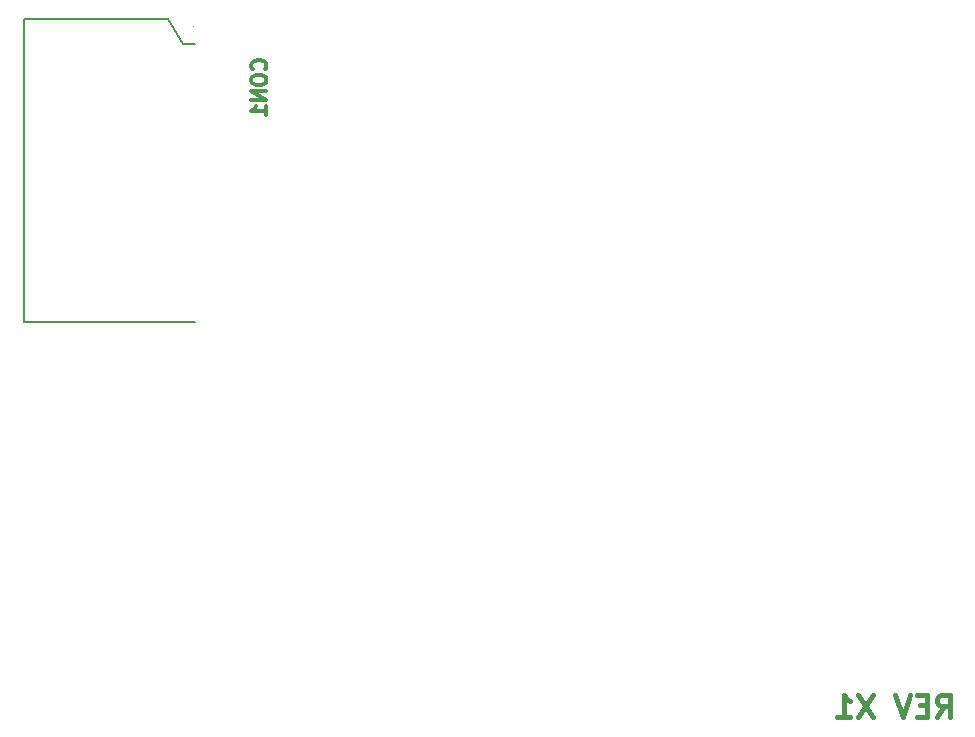
<source format=gbr>
G04 #@! TF.GenerationSoftware,KiCad,Pcbnew,(5.0.2)-1*
G04 #@! TF.CreationDate,2019-04-04T20:07:32-04:00*
G04 #@! TF.ProjectId,RETRO-EP4CE6,52455452-4f2d-4455-9034-4345362e6b69,X1*
G04 #@! TF.SameCoordinates,Original*
G04 #@! TF.FileFunction,Legend,Bot*
G04 #@! TF.FilePolarity,Positive*
%FSLAX46Y46*%
G04 Gerber Fmt 4.6, Leading zero omitted, Abs format (unit mm)*
G04 Created by KiCad (PCBNEW (5.0.2)-1) date 4/4/2019 8:07:32 PM*
%MOMM*%
%LPD*%
G01*
G04 APERTURE LIST*
%ADD10C,0.381000*%
%ADD11C,0.150000*%
%ADD12C,0.010000*%
%ADD13C,0.317500*%
G04 APERTURE END LIST*
D10*
X87448571Y-99921785D02*
X88083571Y-99014642D01*
X88537142Y-99921785D02*
X88537142Y-98016785D01*
X87811428Y-98016785D01*
X87630000Y-98107500D01*
X87539285Y-98198214D01*
X87448571Y-98379642D01*
X87448571Y-98651785D01*
X87539285Y-98833214D01*
X87630000Y-98923928D01*
X87811428Y-99014642D01*
X88537142Y-99014642D01*
X86632142Y-98923928D02*
X85997142Y-98923928D01*
X85725000Y-99921785D02*
X86632142Y-99921785D01*
X86632142Y-98016785D01*
X85725000Y-98016785D01*
X85180714Y-98016785D02*
X84545714Y-99921785D01*
X83910714Y-98016785D01*
X82005714Y-98016785D02*
X80735714Y-99921785D01*
X80735714Y-98016785D02*
X82005714Y-99921785D01*
X79012142Y-99921785D02*
X80100714Y-99921785D01*
X79556428Y-99921785D02*
X79556428Y-98016785D01*
X79737857Y-98288928D01*
X79919285Y-98470357D01*
X80100714Y-98561071D01*
D11*
G04 #@! TO.C,CON1*
X13081000Y-66421000D02*
X10160000Y-66421000D01*
X10160000Y-66421000D02*
X10160000Y-40894000D01*
X10160000Y-40894000D02*
X10160000Y-40767000D01*
X10160000Y-40767000D02*
X13081000Y-40767000D01*
X24638000Y-66421000D02*
X13081000Y-66421000D01*
X13081000Y-40767000D02*
X22352000Y-40767000D01*
X22352000Y-40767000D02*
X23622000Y-42926000D01*
X23622000Y-42926000D02*
X24638000Y-42926000D01*
D12*
X24426000Y-41362000D02*
X24436000Y-41362000D01*
D13*
X30552571Y-45066857D02*
X30613047Y-45006380D01*
X30673523Y-44824952D01*
X30673523Y-44704000D01*
X30613047Y-44522571D01*
X30492095Y-44401619D01*
X30371142Y-44341142D01*
X30129238Y-44280666D01*
X29947809Y-44280666D01*
X29705904Y-44341142D01*
X29584952Y-44401619D01*
X29464000Y-44522571D01*
X29403523Y-44704000D01*
X29403523Y-44824952D01*
X29464000Y-45006380D01*
X29524476Y-45066857D01*
X29403523Y-45853047D02*
X29403523Y-46094952D01*
X29464000Y-46215904D01*
X29584952Y-46336857D01*
X29826857Y-46397333D01*
X30250190Y-46397333D01*
X30492095Y-46336857D01*
X30613047Y-46215904D01*
X30673523Y-46094952D01*
X30673523Y-45853047D01*
X30613047Y-45732095D01*
X30492095Y-45611142D01*
X30250190Y-45550666D01*
X29826857Y-45550666D01*
X29584952Y-45611142D01*
X29464000Y-45732095D01*
X29403523Y-45853047D01*
X30673523Y-46941619D02*
X29403523Y-46941619D01*
X30673523Y-47667333D01*
X29403523Y-47667333D01*
X30673523Y-48937333D02*
X30673523Y-48211619D01*
X30673523Y-48574476D02*
X29403523Y-48574476D01*
X29584952Y-48453523D01*
X29705904Y-48332571D01*
X29766380Y-48211619D01*
G04 #@! TD*
M02*

</source>
